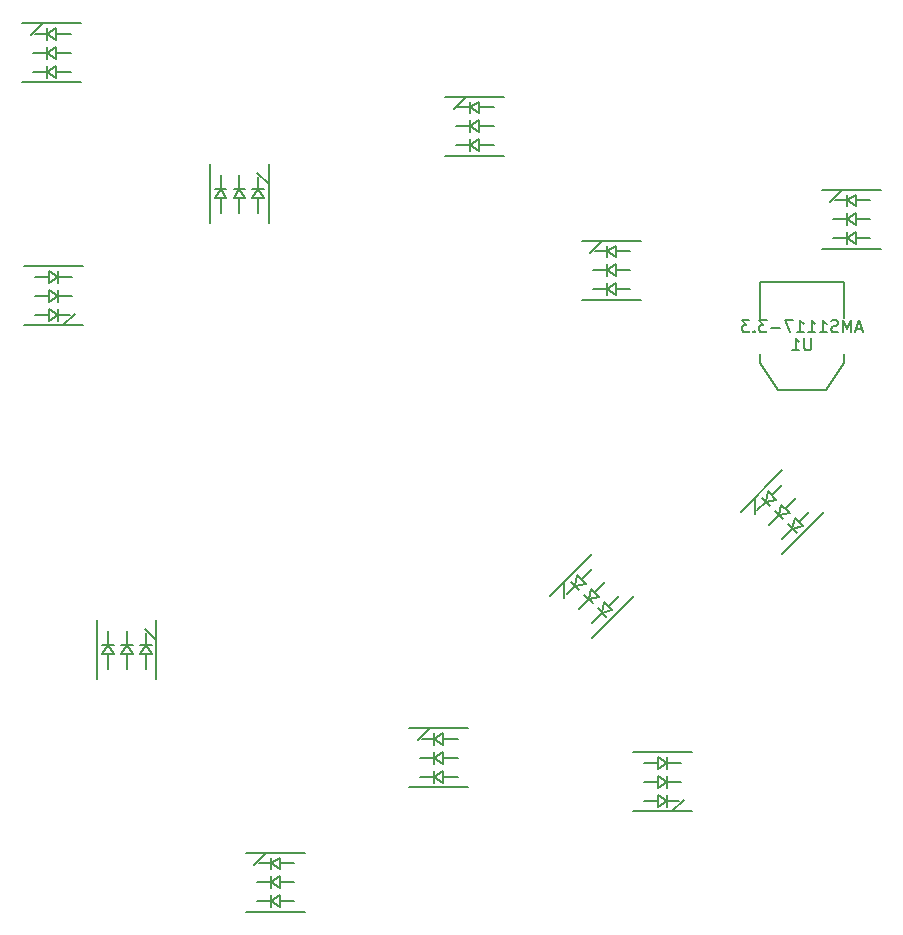
<source format=gbo>
G04 (created by PCBNEW (22-Jun-2014 BZR 4027)-stable) date Thu 17 Jul 2014 04:04:50 PM CEST*
%MOIN*%
G04 Gerber Fmt 3.4, Leading zero omitted, Abs format*
%FSLAX34Y34*%
G01*
G70*
G90*
G04 APERTURE LIST*
%ADD10C,0.00590551*%
%ADD11C,0.008*%
G04 APERTURE END LIST*
G54D10*
X25632Y-29104D02*
X26026Y-29104D01*
X25789Y-29459D02*
X26183Y-29065D01*
X25632Y-28475D02*
X26104Y-28475D01*
X26104Y-27845D02*
X25632Y-27845D01*
X25317Y-29104D02*
X24845Y-29104D01*
X24845Y-28475D02*
X25317Y-28475D01*
X25317Y-27845D02*
X24845Y-27845D01*
X25632Y-28908D02*
X25632Y-29301D01*
X25632Y-29104D02*
X25337Y-28908D01*
X25337Y-29301D02*
X25632Y-29104D01*
X25337Y-28908D02*
X25337Y-29301D01*
X25337Y-28908D02*
X25337Y-29301D01*
X25337Y-29301D02*
X25632Y-29104D01*
X25632Y-29104D02*
X25337Y-28908D01*
X25632Y-28908D02*
X25632Y-29301D01*
X25632Y-28278D02*
X25632Y-28671D01*
X25632Y-28475D02*
X25337Y-28278D01*
X25337Y-28671D02*
X25632Y-28475D01*
X25337Y-28278D02*
X25337Y-28671D01*
X25337Y-28278D02*
X25337Y-28671D01*
X25337Y-28671D02*
X25632Y-28475D01*
X25632Y-28475D02*
X25337Y-28278D01*
X25632Y-28278D02*
X25632Y-28671D01*
X25632Y-27648D02*
X25632Y-28041D01*
X25632Y-27845D02*
X25337Y-27648D01*
X25337Y-28041D02*
X25632Y-27845D01*
X25337Y-27648D02*
X25337Y-28041D01*
X25337Y-27648D02*
X25337Y-28041D01*
X25337Y-28041D02*
X25632Y-27845D01*
X25632Y-27845D02*
X25337Y-27648D01*
X25632Y-27648D02*
X25632Y-28041D01*
X24490Y-27490D02*
X26459Y-27490D01*
X26459Y-29459D02*
X24490Y-29459D01*
X28918Y-19140D02*
X28639Y-19419D01*
X28556Y-19001D02*
X28556Y-19558D01*
X29363Y-19586D02*
X29029Y-19920D01*
X29475Y-20365D02*
X29809Y-20031D01*
X29140Y-18918D02*
X29475Y-18584D01*
X29920Y-19029D02*
X29586Y-19363D01*
X30031Y-19809D02*
X30365Y-19475D01*
X29057Y-19280D02*
X28779Y-19001D01*
X28918Y-19140D02*
X29266Y-19071D01*
X28987Y-18792D02*
X28918Y-19140D01*
X29266Y-19071D02*
X28987Y-18792D01*
X29266Y-19071D02*
X28987Y-18792D01*
X28987Y-18792D02*
X28918Y-19140D01*
X28918Y-19140D02*
X29266Y-19071D01*
X29057Y-19280D02*
X28779Y-19001D01*
X29502Y-19725D02*
X29224Y-19447D01*
X29363Y-19586D02*
X29711Y-19516D01*
X29433Y-19238D02*
X29363Y-19586D01*
X29711Y-19516D02*
X29433Y-19238D01*
X29711Y-19516D02*
X29433Y-19238D01*
X29433Y-19238D02*
X29363Y-19586D01*
X29363Y-19586D02*
X29711Y-19516D01*
X29502Y-19725D02*
X29224Y-19447D01*
X29948Y-20170D02*
X29669Y-19892D01*
X29809Y-20031D02*
X30157Y-19962D01*
X29878Y-19683D02*
X29809Y-20031D01*
X30157Y-19962D02*
X29878Y-19683D01*
X30157Y-19962D02*
X29878Y-19683D01*
X29878Y-19683D02*
X29809Y-20031D01*
X29809Y-20031D02*
X30157Y-19962D01*
X29948Y-20170D02*
X29669Y-19892D01*
X30866Y-19475D02*
X29475Y-20866D01*
X28083Y-19475D02*
X29475Y-18083D01*
X22568Y-21940D02*
X22289Y-22219D01*
X22206Y-21801D02*
X22206Y-22358D01*
X23013Y-22386D02*
X22679Y-22720D01*
X23125Y-23165D02*
X23459Y-22831D01*
X22790Y-21718D02*
X23125Y-21384D01*
X23570Y-21829D02*
X23236Y-22163D01*
X23681Y-22609D02*
X24015Y-22275D01*
X22707Y-22080D02*
X22429Y-21801D01*
X22568Y-21940D02*
X22916Y-21871D01*
X22637Y-21592D02*
X22568Y-21940D01*
X22916Y-21871D02*
X22637Y-21592D01*
X22916Y-21871D02*
X22637Y-21592D01*
X22637Y-21592D02*
X22568Y-21940D01*
X22568Y-21940D02*
X22916Y-21871D01*
X22707Y-22080D02*
X22429Y-21801D01*
X23152Y-22525D02*
X22874Y-22247D01*
X23013Y-22386D02*
X23361Y-22316D01*
X23083Y-22038D02*
X23013Y-22386D01*
X23361Y-22316D02*
X23083Y-22038D01*
X23361Y-22316D02*
X23083Y-22038D01*
X23083Y-22038D02*
X23013Y-22386D01*
X23013Y-22386D02*
X23361Y-22316D01*
X23152Y-22525D02*
X22874Y-22247D01*
X23598Y-22970D02*
X23319Y-22692D01*
X23459Y-22831D02*
X23807Y-22762D01*
X23528Y-22483D02*
X23459Y-22831D01*
X23807Y-22762D02*
X23528Y-22483D01*
X23807Y-22762D02*
X23528Y-22483D01*
X23528Y-22483D02*
X23459Y-22831D01*
X23459Y-22831D02*
X23807Y-22762D01*
X23598Y-22970D02*
X23319Y-22692D01*
X24516Y-22275D02*
X23125Y-23666D01*
X21733Y-22275D02*
X23125Y-20883D01*
X4967Y-3545D02*
X4573Y-3545D01*
X4810Y-3190D02*
X4416Y-3584D01*
X4967Y-4175D02*
X4495Y-4175D01*
X4495Y-4804D02*
X4967Y-4804D01*
X5282Y-3545D02*
X5754Y-3545D01*
X5754Y-4175D02*
X5282Y-4175D01*
X5282Y-4804D02*
X5754Y-4804D01*
X4967Y-3741D02*
X4967Y-3348D01*
X4967Y-3545D02*
X5262Y-3741D01*
X5262Y-3348D02*
X4967Y-3545D01*
X5262Y-3741D02*
X5262Y-3348D01*
X5262Y-3741D02*
X5262Y-3348D01*
X5262Y-3348D02*
X4967Y-3545D01*
X4967Y-3545D02*
X5262Y-3741D01*
X4967Y-3741D02*
X4967Y-3348D01*
X4967Y-4371D02*
X4967Y-3978D01*
X4967Y-4175D02*
X5262Y-4371D01*
X5262Y-3978D02*
X4967Y-4175D01*
X5262Y-4371D02*
X5262Y-3978D01*
X5262Y-4371D02*
X5262Y-3978D01*
X5262Y-3978D02*
X4967Y-4175D01*
X4967Y-4175D02*
X5262Y-4371D01*
X4967Y-4371D02*
X4967Y-3978D01*
X4967Y-5001D02*
X4967Y-4608D01*
X4967Y-4804D02*
X5262Y-5001D01*
X5262Y-4608D02*
X4967Y-4804D01*
X5262Y-5001D02*
X5262Y-4608D01*
X5262Y-5001D02*
X5262Y-4608D01*
X5262Y-4608D02*
X4967Y-4804D01*
X4967Y-4804D02*
X5262Y-5001D01*
X4967Y-5001D02*
X4967Y-4608D01*
X6109Y-5159D02*
X4140Y-5159D01*
X4140Y-3190D02*
X6109Y-3190D01*
X31617Y-9095D02*
X31223Y-9095D01*
X31460Y-8740D02*
X31066Y-9134D01*
X31617Y-9725D02*
X31145Y-9725D01*
X31145Y-10354D02*
X31617Y-10354D01*
X31932Y-9095D02*
X32404Y-9095D01*
X32404Y-9725D02*
X31932Y-9725D01*
X31932Y-10354D02*
X32404Y-10354D01*
X31617Y-9291D02*
X31617Y-8898D01*
X31617Y-9095D02*
X31912Y-9291D01*
X31912Y-8898D02*
X31617Y-9095D01*
X31912Y-9291D02*
X31912Y-8898D01*
X31912Y-9291D02*
X31912Y-8898D01*
X31912Y-8898D02*
X31617Y-9095D01*
X31617Y-9095D02*
X31912Y-9291D01*
X31617Y-9291D02*
X31617Y-8898D01*
X31617Y-9921D02*
X31617Y-9528D01*
X31617Y-9725D02*
X31912Y-9921D01*
X31912Y-9528D02*
X31617Y-9725D01*
X31912Y-9921D02*
X31912Y-9528D01*
X31912Y-9921D02*
X31912Y-9528D01*
X31912Y-9528D02*
X31617Y-9725D01*
X31617Y-9725D02*
X31912Y-9921D01*
X31617Y-9921D02*
X31617Y-9528D01*
X31617Y-10551D02*
X31617Y-10158D01*
X31617Y-10354D02*
X31912Y-10551D01*
X31912Y-10158D02*
X31617Y-10354D01*
X31912Y-10551D02*
X31912Y-10158D01*
X31912Y-10551D02*
X31912Y-10158D01*
X31912Y-10158D02*
X31617Y-10354D01*
X31617Y-10354D02*
X31912Y-10551D01*
X31617Y-10551D02*
X31617Y-10158D01*
X32759Y-10709D02*
X30790Y-10709D01*
X30790Y-8740D02*
X32759Y-8740D01*
X23617Y-10795D02*
X23223Y-10795D01*
X23460Y-10440D02*
X23066Y-10834D01*
X23617Y-11425D02*
X23145Y-11425D01*
X23145Y-12054D02*
X23617Y-12054D01*
X23932Y-10795D02*
X24404Y-10795D01*
X24404Y-11425D02*
X23932Y-11425D01*
X23932Y-12054D02*
X24404Y-12054D01*
X23617Y-10991D02*
X23617Y-10598D01*
X23617Y-10795D02*
X23912Y-10991D01*
X23912Y-10598D02*
X23617Y-10795D01*
X23912Y-10991D02*
X23912Y-10598D01*
X23912Y-10991D02*
X23912Y-10598D01*
X23912Y-10598D02*
X23617Y-10795D01*
X23617Y-10795D02*
X23912Y-10991D01*
X23617Y-10991D02*
X23617Y-10598D01*
X23617Y-11621D02*
X23617Y-11228D01*
X23617Y-11425D02*
X23912Y-11621D01*
X23912Y-11228D02*
X23617Y-11425D01*
X23912Y-11621D02*
X23912Y-11228D01*
X23912Y-11621D02*
X23912Y-11228D01*
X23912Y-11228D02*
X23617Y-11425D01*
X23617Y-11425D02*
X23912Y-11621D01*
X23617Y-11621D02*
X23617Y-11228D01*
X23617Y-12251D02*
X23617Y-11858D01*
X23617Y-12054D02*
X23912Y-12251D01*
X23912Y-11858D02*
X23617Y-12054D01*
X23912Y-12251D02*
X23912Y-11858D01*
X23912Y-12251D02*
X23912Y-11858D01*
X23912Y-11858D02*
X23617Y-12054D01*
X23617Y-12054D02*
X23912Y-12251D01*
X23617Y-12251D02*
X23617Y-11858D01*
X24759Y-12409D02*
X22790Y-12409D01*
X22790Y-10440D02*
X24759Y-10440D01*
X8254Y-23917D02*
X8254Y-23523D01*
X8609Y-23760D02*
X8215Y-23366D01*
X7625Y-23917D02*
X7625Y-23445D01*
X6995Y-23445D02*
X6995Y-23917D01*
X8254Y-24232D02*
X8254Y-24704D01*
X7625Y-24704D02*
X7625Y-24232D01*
X6995Y-24232D02*
X6995Y-24704D01*
X8058Y-23917D02*
X8451Y-23917D01*
X8254Y-23917D02*
X8058Y-24212D01*
X8451Y-24212D02*
X8254Y-23917D01*
X8058Y-24212D02*
X8451Y-24212D01*
X8058Y-24212D02*
X8451Y-24212D01*
X8451Y-24212D02*
X8254Y-23917D01*
X8254Y-23917D02*
X8058Y-24212D01*
X8058Y-23917D02*
X8451Y-23917D01*
X7428Y-23917D02*
X7821Y-23917D01*
X7625Y-23917D02*
X7428Y-24212D01*
X7821Y-24212D02*
X7625Y-23917D01*
X7428Y-24212D02*
X7821Y-24212D01*
X7428Y-24212D02*
X7821Y-24212D01*
X7821Y-24212D02*
X7625Y-23917D01*
X7625Y-23917D02*
X7428Y-24212D01*
X7428Y-23917D02*
X7821Y-23917D01*
X6798Y-23917D02*
X7191Y-23917D01*
X6995Y-23917D02*
X6798Y-24212D01*
X7191Y-24212D02*
X6995Y-23917D01*
X6798Y-24212D02*
X7191Y-24212D01*
X6798Y-24212D02*
X7191Y-24212D01*
X7191Y-24212D02*
X6995Y-23917D01*
X6995Y-23917D02*
X6798Y-24212D01*
X6798Y-23917D02*
X7191Y-23917D01*
X6640Y-25059D02*
X6640Y-23090D01*
X8609Y-23090D02*
X8609Y-25059D01*
X12417Y-31195D02*
X12023Y-31195D01*
X12260Y-30840D02*
X11866Y-31234D01*
X12417Y-31825D02*
X11945Y-31825D01*
X11945Y-32454D02*
X12417Y-32454D01*
X12732Y-31195D02*
X13204Y-31195D01*
X13204Y-31825D02*
X12732Y-31825D01*
X12732Y-32454D02*
X13204Y-32454D01*
X12417Y-31391D02*
X12417Y-30998D01*
X12417Y-31195D02*
X12712Y-31391D01*
X12712Y-30998D02*
X12417Y-31195D01*
X12712Y-31391D02*
X12712Y-30998D01*
X12712Y-31391D02*
X12712Y-30998D01*
X12712Y-30998D02*
X12417Y-31195D01*
X12417Y-31195D02*
X12712Y-31391D01*
X12417Y-31391D02*
X12417Y-30998D01*
X12417Y-32021D02*
X12417Y-31628D01*
X12417Y-31825D02*
X12712Y-32021D01*
X12712Y-31628D02*
X12417Y-31825D01*
X12712Y-32021D02*
X12712Y-31628D01*
X12712Y-32021D02*
X12712Y-31628D01*
X12712Y-31628D02*
X12417Y-31825D01*
X12417Y-31825D02*
X12712Y-32021D01*
X12417Y-32021D02*
X12417Y-31628D01*
X12417Y-32651D02*
X12417Y-32258D01*
X12417Y-32454D02*
X12712Y-32651D01*
X12712Y-32258D02*
X12417Y-32454D01*
X12712Y-32651D02*
X12712Y-32258D01*
X12712Y-32651D02*
X12712Y-32258D01*
X12712Y-32258D02*
X12417Y-32454D01*
X12417Y-32454D02*
X12712Y-32651D01*
X12417Y-32651D02*
X12417Y-32258D01*
X13559Y-32809D02*
X11590Y-32809D01*
X11590Y-30840D02*
X13559Y-30840D01*
X17867Y-27045D02*
X17473Y-27045D01*
X17710Y-26690D02*
X17316Y-27084D01*
X17867Y-27675D02*
X17395Y-27675D01*
X17395Y-28304D02*
X17867Y-28304D01*
X18182Y-27045D02*
X18654Y-27045D01*
X18654Y-27675D02*
X18182Y-27675D01*
X18182Y-28304D02*
X18654Y-28304D01*
X17867Y-27241D02*
X17867Y-26848D01*
X17867Y-27045D02*
X18162Y-27241D01*
X18162Y-26848D02*
X17867Y-27045D01*
X18162Y-27241D02*
X18162Y-26848D01*
X18162Y-27241D02*
X18162Y-26848D01*
X18162Y-26848D02*
X17867Y-27045D01*
X17867Y-27045D02*
X18162Y-27241D01*
X17867Y-27241D02*
X17867Y-26848D01*
X17867Y-27871D02*
X17867Y-27478D01*
X17867Y-27675D02*
X18162Y-27871D01*
X18162Y-27478D02*
X17867Y-27675D01*
X18162Y-27871D02*
X18162Y-27478D01*
X18162Y-27871D02*
X18162Y-27478D01*
X18162Y-27478D02*
X17867Y-27675D01*
X17867Y-27675D02*
X18162Y-27871D01*
X17867Y-27871D02*
X17867Y-27478D01*
X17867Y-28501D02*
X17867Y-28108D01*
X17867Y-28304D02*
X18162Y-28501D01*
X18162Y-28108D02*
X17867Y-28304D01*
X18162Y-28501D02*
X18162Y-28108D01*
X18162Y-28501D02*
X18162Y-28108D01*
X18162Y-28108D02*
X17867Y-28304D01*
X17867Y-28304D02*
X18162Y-28501D01*
X17867Y-28501D02*
X17867Y-28108D01*
X19009Y-28659D02*
X17040Y-28659D01*
X17040Y-26690D02*
X19009Y-26690D01*
X19067Y-5995D02*
X18673Y-5995D01*
X18910Y-5640D02*
X18516Y-6034D01*
X19067Y-6625D02*
X18595Y-6625D01*
X18595Y-7254D02*
X19067Y-7254D01*
X19382Y-5995D02*
X19854Y-5995D01*
X19854Y-6625D02*
X19382Y-6625D01*
X19382Y-7254D02*
X19854Y-7254D01*
X19067Y-6191D02*
X19067Y-5798D01*
X19067Y-5995D02*
X19362Y-6191D01*
X19362Y-5798D02*
X19067Y-5995D01*
X19362Y-6191D02*
X19362Y-5798D01*
X19362Y-6191D02*
X19362Y-5798D01*
X19362Y-5798D02*
X19067Y-5995D01*
X19067Y-5995D02*
X19362Y-6191D01*
X19067Y-6191D02*
X19067Y-5798D01*
X19067Y-6821D02*
X19067Y-6428D01*
X19067Y-6625D02*
X19362Y-6821D01*
X19362Y-6428D02*
X19067Y-6625D01*
X19362Y-6821D02*
X19362Y-6428D01*
X19362Y-6821D02*
X19362Y-6428D01*
X19362Y-6428D02*
X19067Y-6625D01*
X19067Y-6625D02*
X19362Y-6821D01*
X19067Y-6821D02*
X19067Y-6428D01*
X19067Y-7451D02*
X19067Y-7058D01*
X19067Y-7254D02*
X19362Y-7451D01*
X19362Y-7058D02*
X19067Y-7254D01*
X19362Y-7451D02*
X19362Y-7058D01*
X19362Y-7451D02*
X19362Y-7058D01*
X19362Y-7058D02*
X19067Y-7254D01*
X19067Y-7254D02*
X19362Y-7451D01*
X19067Y-7451D02*
X19067Y-7058D01*
X20209Y-7609D02*
X18240Y-7609D01*
X18240Y-5640D02*
X20209Y-5640D01*
X5332Y-12904D02*
X5726Y-12904D01*
X5489Y-13259D02*
X5883Y-12865D01*
X5332Y-12275D02*
X5804Y-12275D01*
X5804Y-11645D02*
X5332Y-11645D01*
X5017Y-12904D02*
X4545Y-12904D01*
X4545Y-12275D02*
X5017Y-12275D01*
X5017Y-11645D02*
X4545Y-11645D01*
X5332Y-12708D02*
X5332Y-13101D01*
X5332Y-12904D02*
X5037Y-12708D01*
X5037Y-13101D02*
X5332Y-12904D01*
X5037Y-12708D02*
X5037Y-13101D01*
X5037Y-12708D02*
X5037Y-13101D01*
X5037Y-13101D02*
X5332Y-12904D01*
X5332Y-12904D02*
X5037Y-12708D01*
X5332Y-12708D02*
X5332Y-13101D01*
X5332Y-12078D02*
X5332Y-12471D01*
X5332Y-12275D02*
X5037Y-12078D01*
X5037Y-12471D02*
X5332Y-12275D01*
X5037Y-12078D02*
X5037Y-12471D01*
X5037Y-12078D02*
X5037Y-12471D01*
X5037Y-12471D02*
X5332Y-12275D01*
X5332Y-12275D02*
X5037Y-12078D01*
X5332Y-12078D02*
X5332Y-12471D01*
X5332Y-11448D02*
X5332Y-11841D01*
X5332Y-11645D02*
X5037Y-11448D01*
X5037Y-11841D02*
X5332Y-11645D01*
X5037Y-11448D02*
X5037Y-11841D01*
X5037Y-11448D02*
X5037Y-11841D01*
X5037Y-11841D02*
X5332Y-11645D01*
X5332Y-11645D02*
X5037Y-11448D01*
X5332Y-11448D02*
X5332Y-11841D01*
X4190Y-11290D02*
X6159Y-11290D01*
X6159Y-13259D02*
X4190Y-13259D01*
X12004Y-8717D02*
X12004Y-8323D01*
X12359Y-8560D02*
X11965Y-8166D01*
X11375Y-8717D02*
X11375Y-8245D01*
X10745Y-8245D02*
X10745Y-8717D01*
X12004Y-9032D02*
X12004Y-9504D01*
X11375Y-9504D02*
X11375Y-9032D01*
X10745Y-9032D02*
X10745Y-9504D01*
X11808Y-8717D02*
X12201Y-8717D01*
X12004Y-8717D02*
X11808Y-9012D01*
X12201Y-9012D02*
X12004Y-8717D01*
X11808Y-9012D02*
X12201Y-9012D01*
X11808Y-9012D02*
X12201Y-9012D01*
X12201Y-9012D02*
X12004Y-8717D01*
X12004Y-8717D02*
X11808Y-9012D01*
X11808Y-8717D02*
X12201Y-8717D01*
X11178Y-8717D02*
X11571Y-8717D01*
X11375Y-8717D02*
X11178Y-9012D01*
X11571Y-9012D02*
X11375Y-8717D01*
X11178Y-9012D02*
X11571Y-9012D01*
X11178Y-9012D02*
X11571Y-9012D01*
X11571Y-9012D02*
X11375Y-8717D01*
X11375Y-8717D02*
X11178Y-9012D01*
X11178Y-8717D02*
X11571Y-8717D01*
X10548Y-8717D02*
X10941Y-8717D01*
X10745Y-8717D02*
X10548Y-9012D01*
X10941Y-9012D02*
X10745Y-8717D01*
X10548Y-9012D02*
X10941Y-9012D01*
X10548Y-9012D02*
X10941Y-9012D01*
X10941Y-9012D02*
X10745Y-8717D01*
X10745Y-8717D02*
X10548Y-9012D01*
X10548Y-8717D02*
X10941Y-8717D01*
X10390Y-9859D02*
X10390Y-7890D01*
X12359Y-7890D02*
X12359Y-9859D01*
G54D11*
X28725Y-13025D02*
X28725Y-11825D01*
X28725Y-11825D02*
X31525Y-11825D01*
X31525Y-11825D02*
X31525Y-13025D01*
X28725Y-14225D02*
X28725Y-14525D01*
X28725Y-14525D02*
X29325Y-15425D01*
X29325Y-15425D02*
X30925Y-15425D01*
X30925Y-15425D02*
X31525Y-14525D01*
X31525Y-14525D02*
X31525Y-14225D01*
X30429Y-13686D02*
X30429Y-14010D01*
X30410Y-14048D01*
X30391Y-14067D01*
X30353Y-14086D01*
X30277Y-14086D01*
X30239Y-14067D01*
X30220Y-14048D01*
X30201Y-14010D01*
X30201Y-13686D01*
X29801Y-14086D02*
X30029Y-14086D01*
X29915Y-14086D02*
X29915Y-13686D01*
X29953Y-13744D01*
X29991Y-13782D01*
X30029Y-13801D01*
X32125Y-13372D02*
X31934Y-13372D01*
X32163Y-13486D02*
X32029Y-13086D01*
X31896Y-13486D01*
X31763Y-13486D02*
X31763Y-13086D01*
X31629Y-13372D01*
X31496Y-13086D01*
X31496Y-13486D01*
X31325Y-13467D02*
X31267Y-13486D01*
X31172Y-13486D01*
X31134Y-13467D01*
X31115Y-13448D01*
X31096Y-13410D01*
X31096Y-13372D01*
X31115Y-13334D01*
X31134Y-13315D01*
X31172Y-13296D01*
X31248Y-13277D01*
X31286Y-13258D01*
X31305Y-13239D01*
X31325Y-13201D01*
X31325Y-13163D01*
X31305Y-13125D01*
X31286Y-13105D01*
X31248Y-13086D01*
X31153Y-13086D01*
X31096Y-13105D01*
X30715Y-13486D02*
X30944Y-13486D01*
X30829Y-13486D02*
X30829Y-13086D01*
X30867Y-13144D01*
X30905Y-13182D01*
X30944Y-13201D01*
X30334Y-13486D02*
X30563Y-13486D01*
X30448Y-13486D02*
X30448Y-13086D01*
X30486Y-13144D01*
X30525Y-13182D01*
X30563Y-13201D01*
X29953Y-13486D02*
X30182Y-13486D01*
X30067Y-13486D02*
X30067Y-13086D01*
X30105Y-13144D01*
X30144Y-13182D01*
X30182Y-13201D01*
X29820Y-13086D02*
X29553Y-13086D01*
X29725Y-13486D01*
X29401Y-13334D02*
X29096Y-13334D01*
X28944Y-13086D02*
X28696Y-13086D01*
X28829Y-13239D01*
X28772Y-13239D01*
X28734Y-13258D01*
X28715Y-13277D01*
X28696Y-13315D01*
X28696Y-13410D01*
X28715Y-13448D01*
X28734Y-13467D01*
X28772Y-13486D01*
X28886Y-13486D01*
X28925Y-13467D01*
X28944Y-13448D01*
X28525Y-13448D02*
X28505Y-13467D01*
X28525Y-13486D01*
X28544Y-13467D01*
X28525Y-13448D01*
X28525Y-13486D01*
X28372Y-13086D02*
X28125Y-13086D01*
X28258Y-13239D01*
X28201Y-13239D01*
X28163Y-13258D01*
X28144Y-13277D01*
X28125Y-13315D01*
X28125Y-13410D01*
X28144Y-13448D01*
X28163Y-13467D01*
X28201Y-13486D01*
X28315Y-13486D01*
X28353Y-13467D01*
X28372Y-13448D01*
M02*

</source>
